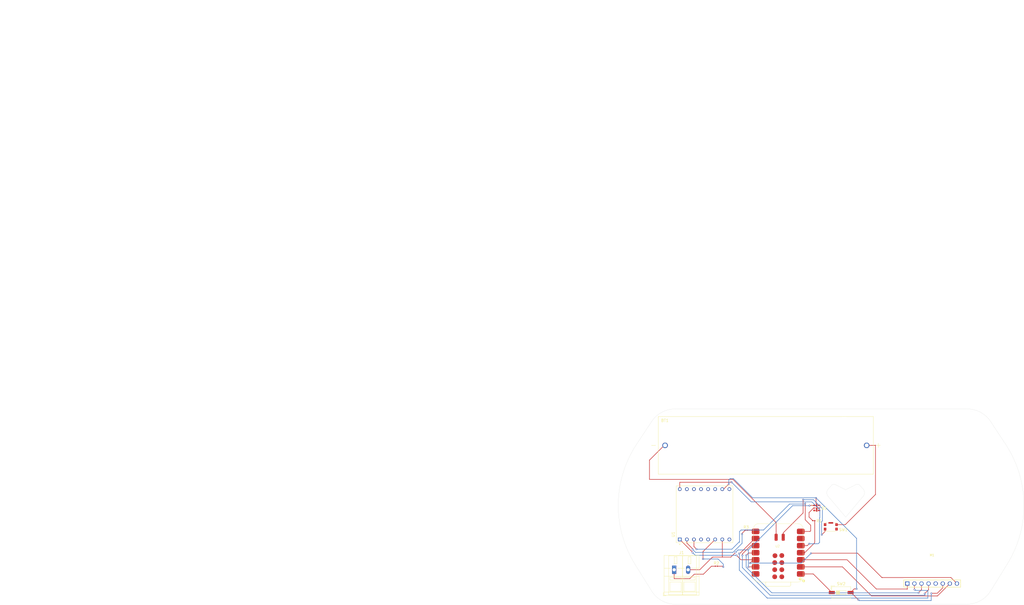
<source format=kicad_pcb>
(kicad_pcb (version 20240108) (generator "pcbnew") (generator_version "8.0")
  (layers (0 "F.Cu" signal) (31 "B.Cu" signal) (34 "B.Paste" user) (35 "F.Paste" user) (36 "B.SilkS" user "B.Silkscreen") (37 "F.SilkS" user "F.Silkscreen") (38 "B.Mask" user) (39 "F.Mask" user) (44 "Edge.Cuts" user))
  (net 0 "")
  (net 1 "GND")
  (net 2 "3.3v")
  (net 3 "Net-(D1-A)")
  (net 4 "Net-(U1-SPK1)")
  (net 5 "Net-(U1-RX)")
  (net 6 "Net-(J1-Pin_1)")
  (net 7 "Net-(U2-BAT)")
  (net 17 "Net-(BT1-PadP)")
  (net 18 "Net-(U2-GPIO21_D3)")
  (net 19 "/RX")
  (net 20 "Net-(SW2-A)")
  (net 21 "/TX")
  (net 22 "/GPIO")
  (net 23 "Net-(BT1-PadN)")
  (net 25 "/MOSI")
  (net 26 "/RST")
  (net 27 "/SCK")
  (net 28 "/MISO")
  (net 29 "/SS")
  (footprint "DFR0299:MODULE_DFR0299" (layer "F.Cu") (at 115.4508 107.7576 90)
    (property "Reference" "U1" (at -7.225 -11.235 90) (layer "F.SilkS"))
    (property "Value" "DFR0299")
    (fp_line (start 10.16 -10.16) (end 10.16 10.16) (stroke (width 0.127)) (layer "F.SilkS"))
    (fp_line (start -10.16 -10.16) (end 10.16 -10.16) (stroke (width 0.127)) (layer "F.SilkS"))
    (fp_line (start 10.16 10.16) (end -10.16 10.16) (stroke (width 0.127)) (layer "F.SilkS"))
    (fp_line (start -10.16 10.16) (end -10.16 -10.16) (stroke (width 0.127)) (layer "F.SilkS"))
    (fp_circle (center -10.8 -8.89) (end -10.7 -8.89) (stroke (width 0.2)) (fill none) (layer "F.SilkS"))
    (pad "1" thru_hole rect (at -9.017 -8.89 90) (size 1.308 1.308) (drill 0.8) (layers "*.Cu" "*.Mask") (net 2 "3.3v"))
    (pad "2" thru_hole circle (at -9.017 -6.35 90) (size 1.308 1.308) (drill 0.8) (layers "*.Cu" "*.Mask") (net 5 "Net-(U1-RX)"))
    (pad "3" thru_hole circle (at -9.017 -3.81 90) (size 1.308 1.308) (drill 0.8) (layers "*.Cu" "*.Mask") (net 21 "/TX"))
    (pad "4" thru_hole circle (at -9.017 -1.27 90) (size 1.308 1.308) (drill 0.8) (layers "*.Cu" "*.Mask"))
    (pad "5" thru_hole circle (at -9.017 1.27 90) (size 1.308 1.308) (drill 0.8) (layers "*.Cu" "*.Mask"))
    (pad "6" thru_hole circle (at -9.017 3.81 90) (size 1.308 1.308) (drill 0.8) (layers "*.Cu" "*.Mask") (net 4 "Net-(U1-SPK1)"))
    (pad "7" thru_hole circle (at -9.017 6.35 90) (size 1.308 1.308) (drill 0.8) (layers "*.Cu" "*.Mask") (net 1 "GND"))
    (pad "8" thru_hole circle (at -9.017 8.89 90) (size 1.308 1.308) (drill 0.8) (layers "*.Cu" "*.Mask"))
    (pad "9" thru_hole circle (at 9.017 8.89 90) (size 1.308 1.308) (drill 0.8) (layers "*.Cu" "*.Mask"))
    (pad "10" thru_hole circle (at 9.017 6.35 90) (size 1.308 1.308) (drill 0.8) (layers "*.Cu" "*.Mask") (net 1 "GND"))
    (pad "11" thru_hole circle (at 9.017 3.81 90) (size 1.308 1.308) (drill 0.8) (layers "*.Cu" "*.Mask"))
    (pad "12" thru_hole circle (at 9.017 1.27 90) (size 1.308 1.308) (drill 0.8) (layers "*.Cu" "*.Mask"))
    (pad "13" thru_hole circle (at 9.017 -1.27 90) (size 1.308 1.308) (drill 0.8) (layers "*.Cu" "*.Mask"))
    (pad "14" thru_hole circle (at 9.017 -3.81 90) (size 1.308 1.308) (drill 0.8) (layers "*.Cu" "*.Mask"))
    (pad "15" thru_hole circle (at 9.017 -6.35 90) (size 1.308 1.308) (drill 0.8) (layers "*.Cu" "*.Mask"))
    (pad "16" thru_hole circle (at 9.017 -8.89 90) (size 1.308 1.308) (drill 0.8) (layers "*.Cu" "*.Mask") (net 22 "/GPIO"))
  )
  (footprint "Button_Switch_SMD:SW_DIP_SPSTx01_Slide_6.7x4.1mm_W6.73mm_P2.54mm_LowProfile_JPin" (layer "F.Cu") (at 164.4088 135.7992)
    (property "Reference" "SW2" (at 0 -3.11 0) (layer "F.SilkS"))
    (property "Value" "SW_SPST")
    (fp_line (start -3.65 -2.35) (end -3.65 -0.967) (stroke (width 0.12)) (layer "F.SilkS"))
    (fp_line (start -3.65 -2.35) (end -2.267 -2.35) (stroke (width 0.12)) (layer "F.SilkS"))
    (fp_line (start -3.41 -2.11) (end -3.41 -0.8) (stroke (width 0.12)) (layer "F.SilkS"))
    (fp_line (start -3.41 -2.11) (end 3.41 -2.11) (stroke (width 0.12)) (layer "F.SilkS"))
    (fp_line (start -3.41 0.8) (end -3.41 2.11) (stroke (width 0.12)) (layer "F.SilkS"))
    (fp_line (start -3.41 2.11) (end 3.41 2.11) (stroke (width 0.12)) (layer "F.SilkS"))
    (fp_line (start -1.81 -0.635) (end -1.81 0.635) (stroke (width 0.12)) (layer "F.SilkS"))
    (fp_line (start -1.81 -0.515) (end -0.603333 -0.515) (stroke (width 0.12)) (layer "F.SilkS"))
    (fp_line (start -1.81 -0.395) (end -0.603333 -0.395) (stroke (width 0.12)) (layer "F.SilkS"))
    (fp_line (start -1.81 -0.275) (end -0.603333 -0.275) (stroke (width 0.12)) (layer "F.SilkS"))
    (fp_line (start -1.81 -0.155) (end -0.603333 -0.155) (stroke (width 0.12)) (layer "F.SilkS"))
    (fp_line (start -1.81 -0.035) (end -0.603333 -0.035) (stroke (width 0.12)) (layer "F.SilkS"))
    (fp_line (start -1.81 0.085) (end -0.603333 0.085) (stroke (width 0.12)) (layer "F.SilkS"))
    (fp_line (start -1.81 0.205) (end -0.603333 0.205) (stroke (width 0.12)) (layer "F.SilkS"))
    (fp_line (start -1.81 0.325) (end -0.603333 0.325) (stroke (width 0.12)) (layer "F.SilkS"))
    (fp_line (start -1.81 0.445) (end -0.603333 0.445) (stroke (width 0.12)) (layer "F.SilkS"))
    (fp_line (start -1.81 0.565) (end -0.603333 0.565) (stroke (width 0.12)) (layer "F.SilkS"))
    (fp_line (start -1.81 0.635) (end 1.81 0.635) (stroke (width 0.12)) (layer "F.SilkS"))
    (fp_line (start -0.603333 -0.635) (end -0.603333 0.635) (stroke (width 0.12)) (layer "F.SilkS"))
    (fp_line (start 1.81 -0.635) (end -1.81 -0.635) (stroke (width 0.12)) (layer "F.SilkS"))
    (fp_line (start 1.81 0.635) (end 1.81 -0.635) (stroke (width 0.12)) (layer "F.SilkS"))
    (fp_line (start 3.41 -2.11) (end 3.41 -0.8) (stroke (width 0.12)) (layer "F.SilkS"))
    (fp_line (start 3.41 0.8) (end 3.41 2.11) (stroke (width 0.12)) (layer "F.SilkS"))
    (pad "1" smd rect (at -3.365 0) (size 2.16 1.12) (layers "F.Cu" "F.Paste" "F.Mask") (net 20 "Net-(SW2-A)"))
    (pad "2" smd rect (at 3.365 0) (size 2.16 1.12) (layers "F.Cu" "F.Paste" "F.Mask") (net 1 "GND"))
  )
  (footprint "Resistor_SMD:R_0201_0603Metric" (layer "F.Cu") (at 119.6778 126.3758)
    (property "Reference" "R2" (at 0 -1.05 0) (layer "F.SilkS"))
    (property "Value" "R_US")
    (pad "1" smd roundrect (at -0.32 0) (size 0.46 0.4) (layers "F.Cu" "F.Mask") (net 6 "Net-(J1-Pin_1)"))
    (pad "2" smd roundrect (at 0.32 0) (size 0.46 0.4) (layers "F.Cu" "F.Mask") (net 4 "Net-(U1-SPK1)"))
  )
  (footprint "TerminalBlock_WAGO:TerminalBlock_WAGO_236-102_1x02_P5.00mm_45Degree" (layer "F.Cu") (at 104.5542 127.6458)
    (property "Reference" "J1" (at 2.65 -6.12 0) (layer "F.SilkS"))
    (property "Value" "Screw_Terminal_01x02")
    (fp_line (start -3.86 8.12) (end -3.86 9.36) (stroke (width 0.12)) (layer "F.SilkS"))
    (fp_line (start -3.86 9.36) (end -2.86 9.36) (stroke (width 0.12)) (layer "F.SilkS"))
    (fp_line (start -3.62 -5.12) (end -3.62 9.12) (stroke (width 0.12)) (layer "F.SilkS"))
    (fp_line (start -3.62 -5.12) (end 8.921 -5.12) (stroke (width 0.12)) (layer "F.SilkS"))
    (fp_line (start -3.62 -0.5) (end -1.23 -0.5) (stroke (width 0.12)) (layer "F.SilkS"))
    (fp_line (start -3.62 2.3) (end 8.921 2.3) (stroke (width 0.12)) (layer "F.SilkS"))
    (fp_line (start -3.62 8) (end 8.921 8) (stroke (width 0.12)) (layer "F.SilkS"))
    (fp_line (start -3.62 9.12) (end 8.921 9.12) (stroke (width 0.12)) (layer "F.SilkS"))
    (fp_line (start -2 -5) (end -2 9) (stroke (width 0.12)) (layer "F.SilkS"))
    (fp_line (start -2 -5) (end 3 -5) (stroke (width 0.12)) (layer "F.SilkS"))
    (fp_line (start -2 9) (end 3 9) (stroke (width 0.12)) (layer "F.SilkS"))
    (fp_line (start -1.5 2.7) (end -1.5 3.7) (stroke (width 0.12)) (layer "F.SilkS"))
    (fp_line (start -1.5 2.7) (end 2.5 2.7) (stroke (width 0.12)) (layer "F.SilkS"))
    (fp_line (start -1.5 3.7) (end 2.5 3.7) (stroke (width 0.12)) (layer "F.SilkS"))
    (fp_line (start -1.5 4.4) (end -1.5 7.7) (stroke (width 0.12)) (layer "F.SilkS"))
    (fp_line (start -1.5 4.4) (end 2.5 4.4) (stroke (width 0.12)) (layer "F.SilkS"))
    (fp_line (start -1.5 7.7) (end 2.5 7.7) (stroke (width 0.12)) (layer "F.SilkS"))
    (fp_line (start 0 -4.65) (end 0 -2.151) (stroke (width 0.12)) (layer "F.SilkS"))
    (fp_line (start 0 -4.65) (end 1 -4.65) (stroke (width 0.12)) (layer "F.SilkS"))
    (fp_line (start 0 -2.151) (end 1 -2.151) (stroke (width 0.12)) (layer "F.SilkS"))
    (fp_line (start 1 -4.65) (end 1 -2.151) (stroke (width 0.12)) (layer "F.SilkS"))
    (fp_line (start 1.23 -0.5) (end 3.77 -0.5) (stroke (width 0.12)) (layer "F.SilkS"))
    (fp_line (start 2.5 2.7) (end 2.5 3.7) (stroke (width 0.12)) (layer "F.SilkS"))
    (fp_line (start 2.5 4.4) (end 2.5 7.7) (stroke (width 0.12)) (layer "F.SilkS"))
    (fp_line (start 3 -5) (end 3 9) (stroke (width 0.12)) (layer "F.SilkS"))
    (fp_line (start 3 -5) (end 3 9) (stroke (width 0.12)) (layer "F.SilkS"))
    (fp_line (start 3 -5) (end 8 -5) (stroke (width 0.12)) (layer "F.SilkS"))
    (fp_line (start 3 9) (end 8 9) (stroke (width 0.12)) (layer "F.SilkS"))
    (fp_line (start 3.5 2.7) (end 3.5 3.7) (stroke (width 0.12)) (layer "F.SilkS"))
    (fp_line (start 3.5 2.7) (end 7.5 2.7) (stroke (width 0.12)) (layer "F.SilkS"))
    (fp_line (start 3.5 3.7) (end 7.5 3.7) (stroke (width 0.12)) (layer "F.SilkS"))
    (fp_line (start 3.5 4.4) (end 3.5 7.7) (stroke (width 0.12)) (layer "F.SilkS"))
    (fp_line (start 3.5 4.4) (end 7.5 4.4) (stroke (width 0.12)) (layer "F.SilkS"))
    (fp_line (start 3.5 7.7) (end 7.5 7.7) (stroke (width 0.12)) (layer "F.SilkS"))
    (fp_line (start 5 -4.65) (end 5 -2.151) (stroke (width 0.12)) (layer "F.SilkS"))
    (fp_line (start 5 -4.65) (end 6 -4.65) (stroke (width 0.12)) (layer "F.SilkS"))
    (fp_line (start 5 -2.151) (end 6 -2.151) (stroke (width 0.12)) (layer "F.SilkS"))
    (fp_line (start 6 -4.65) (end 6 -2.151) (stroke (width 0.12)) (layer "F.SilkS"))
    (fp_line (start 6.23 -0.5) (end 8.921 -0.5) (stroke (width 0.12)) (layer "F.SilkS"))
    (fp_line (start 7.5 2.7) (end 7.5 3.7) (stroke (width 0.12)) (layer "F.SilkS"))
    (fp_line (start 7.5 4.4) (end 7.5 7.7) (stroke (width 0.12)) (layer "F.SilkS"))
    (fp_line (start 8 -5) (end 8 9) (stroke (width 0.12)) (layer "F.SilkS"))
    (fp_line (start 8.921 -5.12) (end 8.921 9.12) (stroke (width 0.12)) (layer "F.SilkS"))
    (pad "1" thru_hole rect (at 0 0) (size 1.5 3) (drill 1.15) (layers "*.Cu" "*.Mask") (net 6 "Net-(J1-Pin_1)"))
    (pad "2" thru_hole oval (at 5 0) (size 1.5 3) (drill 1.15) (layers "*.Cu" "*.Mask") (net 1 "GND"))
  )
  (footprint "Button_Switch_SMD:SW_Push_1P1T-SH_NO_CK_KMR2xxG" (layer "F.Cu") (at 160.6808 112.2662)
    (property "Reference" "SW1" (at 4.4778 1.0286 0) (layer "F.SilkS"))
    (property "Value" "SW_Push")
    (fp_line (start -2.2 0.05) (end -2.2 -0.05) (stroke (width 0.12)) (layer "F.SilkS"))
    (fp_line (start -2.2 1.55) (end 2.2 1.55) (stroke (width 0.12)) (layer "F.SilkS"))
    (fp_line (start -1.15 -1.55) (end -2.2 -1.55) (stroke (width 0.12)) (layer "F.SilkS"))
    (fp_line (start 2.2 -1.55) (end 1.15 -1.55) (stroke (width 0.12)) (layer "F.SilkS"))
    (fp_line (start 2.2 0.05) (end 2.2 -0.05) (stroke (width 0.12)) (layer "F.SilkS"))
    (pad "1" smd rect (at -2.05 -0.8) (size 0.9 1) (layers "F.Cu" "F.Paste" "F.Mask") (net 17 "Net-(BT1-PadP)"))
    (pad "1" smd rect (at 2.05 -0.8) (size 0.9 1) (layers "F.Cu" "F.Paste" "F.Mask") (net 17 "Net-(BT1-PadP)"))
    (pad "2" smd rect (at -2.05 0.8) (size 0.9 1) (layers "F.Cu" "F.Paste" "F.Mask") (net 7 "Net-(U2-BAT)"))
    (pad "2" smd rect (at 2.05 0.8) (size 0.9 1) (layers "F.Cu" "F.Paste" "F.Mask") (net 7 "Net-(U2-BAT)"))
    (pad "SH" smd rect (at 0 -1.425) (size 1.7 0.55) (layers "F.Cu" "F.Paste" "F.Mask"))
  )
  (footprint "Resistor_SMD:R_0201_0603Metric" (layer "F.Cu") (at 130.35 113.4472)
    (property "Reference" "R3" (at 0 -1.05 0) (layer "F.SilkS"))
    (property "Value" "R_US")
    (pad "1" smd roundrect (at -0.32 0) (size 0.46 0.4) (layers "F.Cu" "F.Mask") (net 5 "Net-(U1-RX)"))
    (pad "2" smd roundrect (at 0.32 0) (size 0.46 0.4) (layers "F.Cu" "F.Mask") (net 19 "/RX"))
  )
  (footprint "esp32c6:XIAO-ESP32C6-SMD" (layer "F.Cu") (at 141.6222 121.5459 180)
    (property "Reference" "U2" (at -0.8288 2.8155 360) (layer "F.SilkS") (effects (font (size 0.78232 0.78232) (thickness 0.10668)) (justify right top)))
    (property "Value" "XIAO-ESP32-S3-SMD")
    (fp_line (start 8.6634 8.5345) (end 8.6634 -8.6105) (stroke (width 0.1)) (layer "F.SilkS"))
    (fp_line (start 6.7584 -10.5155) (end -7.2116 -10.5155) (stroke (width 0.1)) (layer "F.SilkS"))
    (fp_line (start 4.2774 -11.5255) (end 4.2774 -10.5155) (stroke (width 0.127)) (layer "F.SilkS"))
    (fp_line (start -4.217872 -12.0255) (end 3.7774 -12.0255) (stroke (width 0.127)) (layer "F.SilkS"))
    (fp_line (start -4.7216 -10.5155) (end -4.717872 -11.525772) (stroke (width 0.127)) (layer "F.SilkS"))
    (fp_line (start -7.2116 10.4395) (end 6.7584 10.4395) (stroke (width 0.1)) (layer "F.SilkS"))
    (fp_line (start -9.1166 8.5345) (end -9.1166 -8.6105) (stroke (width 0.1)) (layer "F.SilkS"))
    (fp_arc (start 8.6634 8.5345) (mid 8.105438 9.881538) (end 6.7584 10.4395) (stroke (width 0.1)) (layer "F.SilkS"))
    (fp_arc (start 6.7584 -10.5155) (mid 8.105438 -9.957538) (end 8.6634 -8.6105) (stroke (width 0.1)) (layer "F.SilkS"))
    (fp_arc (start 3.7774 -12.0255) (mid 4.130953 -11.879053) (end 4.2774 -11.5255) (stroke (width 0.127)) (layer "F.SilkS"))
    (fp_arc (start -4.717872 -11.525772) (mid -4.571324 -11.879144) (end -4.217872 -12.0255) (stroke (width 0.127)) (layer "F.SilkS"))
    (fp_arc (start -7.2116 10.4395) (mid -8.558638 9.881538) (end -9.1166 8.5345) (stroke (width 0.1)) (layer "F.SilkS"))
    (fp_arc (start -9.1166 -8.6145) (mid -8.558638 -9.961538) (end -7.2116 -10.5195) (stroke (width 0.1)) (layer "F.SilkS"))
    (fp_circle (center -8.0526 -9.3825) (end -8.0526 -9.6365) (stroke (width 0.5)) (fill solid) (layer "F.SilkS"))
    (fp_circle (center -9.3266 -10.0995) (end -9.3266 -10.3535) (stroke (width 0.5)) (fill solid) (layer "F.SilkS"))
    (pad "1" smd roundrect (at -8.2816 -7.5985 180) (size 2.75 2) (layers "F.Cu" "F.Paste" "F.Mask") (net 20 "Net-(SW2-A)"))
    (pad "2" smd roundrect (at -8.2816 -5.0585 180) (size 2.75 2) (layers "F.Cu" "F.Paste" "F.Mask") (net 26 "/RST"))
    (pad "3" smd roundrect (at -8.2816 -2.5185 180) (size 2.75 2) (layers "F.Cu" "F.Paste" "F.Mask") (net 29 "/SS"))
    (pad "4" smd roundrect (at -8.2816 0.0215 180) (size 2.75 2) (layers "F.Cu" "F.Paste" "F.Mask") (net 18 "Net-(U2-GPIO21_D3)"))
    (pad "5" smd roundrect (at -8.2816 2.5615 180) (size 2.75 2) (layers "F.Cu" "F.Paste" "F.Mask") (net 22 "/GPIO"))
    (pad "6" smd roundrect (at -8.2816 5.1015 180) (size 2.75 2) (layers "F.Cu" "F.Paste" "F.Mask"))
    (pad "7" smd roundrect (at -8.2816 7.6415 180) (size 2.75 2) (layers "F.Cu" "F.Paste" "F.Mask") (net 21 "/TX"))
    (pad "8" smd roundrect (at 7.8834 7.6415 180) (size 2.75 2) (layers "F.Cu" "F.Paste" "F.Mask") (net 19 "/RX"))
    (pad "9" smd roundrect (at 7.8834 5.1015 180) (size 2.75 2) (layers "F.Cu" "F.Paste" "F.Mask") (net 27 "/SCK"))
    (pad "10" smd roundrect (at 7.8834 2.5615 180) (size 2.75 2) (layers "F.Cu" "F.Paste" "F.Mask") (net 28 "/MISO"))
    (pad "11" smd roundrect (at 7.8834 0.0215 180) (size 2.75 2) (layers "F.Cu" "F.Paste" "F.Mask") (net 25 "/MOSI"))
    (pad "12" smd roundrect (at 7.8834 -2.5185 180) (size 2.75 2) (layers "F.Cu" "F.Paste" "F.Mask") (net 2 "3.3v"))
    (pad "13" smd roundrect (at 7.8834 -5.0585 180) (size 2.75 2) (layers "F.Cu" "F.Paste" "F.Mask") (net 1 "GND"))
    (pad "14" smd roundrect (at 7.8834 -7.5985 180) (size 2.75 2) (layers "F.Cu" "F.Paste" "F.Mask"))
    (pad "15" smd roundrect (at -2.008 5.5532 90) (size 2.5 1.1) (layers "F.Cu" "F.Paste" "F.Mask") (net 7 "Net-(U2-BAT)"))
    (pad "16" smd roundrect (at 0.532 5.5532 90) (size 2.5 1.1) (layers "F.Cu" "F.Paste" "F.Mask") (net 23 "Net-(BT1-PadN)"))
    (pad "17" smd circle (at -1.5 -8.62 180) (size 1.7 1.7) (layers "F.Cu" "F.Paste" "F.Mask"))
    (pad "18" smd circle (at 1.04 -8.62 180) (size 1.7 1.7) (layers "F.Cu" "F.Paste" "F.Mask"))
    (pad "19" smd circle (at -1.5 -6.08 180) (size 1.7 1.7) (layers "F.Cu" "F.Paste" "F.Mask"))
    (pad "20" smd circle (at 1.04 -6.08 180) (size 1.7 1.7) (layers "F.Cu" "F.Paste" "F.Mask"))
    (pad "21" smd circle (at -1.5 -3.54 180) (size 1.7 1.7) (layers "F.Cu" "F.Paste" "F.Mask"))
    (pad "22" smd circle (at 1.04 -3.54 180) (size 1.7 1.7) (layers "F.Cu" "F.Paste" "F.Mask"))
    (pad "23" smd circle (at -1.5 -1 180) (size 1.7 1.7) (layers "F.Cu" "F.Paste" "F.Mask"))
    (pad "24" smd circle (at 0.9474 -1.0568 180) (size 1.7 1.7) (layers "F.Cu" "F.Paste" "F.Mask"))
  )
  (footprint "LED_SMD:LED-APA102-2020" (layer "F.Cu") (at 155.6454 105.4826)
    (property "Reference" "D1" (at 2.7314 0.116 0) (layer "F.SilkS"))
    (property "Value" "LED")
    (fp_line (start -1.2 1.4) (end -0.5 1.4) (stroke (width 0.12)) (layer "F.SilkS"))
    (fp_text user "1" (at -1.7 -0.9 0) (layer "F.SilkS") (effects (font (size 0.6 0.6) (thickness 0.1))))
    (pad "1" smd rect (at -0.85 -0.9) (size 0.8 0.5) (layers "F.Cu" "F.Paste" "F.Mask") (net 1 "GND"))
    (pad "1" smd rect (at 0 -0.83 90) (size 1 0.5) (layers "F.Cu" "F.Paste" "F.Mask") (net 1 "GND"))
    (pad "2" smd rect (at -0.85 0) (size 0.8 0.3) (layers "F.Cu" "F.Paste" "F.Mask") (net 3 "Net-(D1-A)"))
    (pad "3" smd rect (at -0.85 0.9) (size 0.8 0.5) (layers "F.Cu" "F.Paste" "F.Mask"))
    (pad "4" smd rect (at 0.85 0.9) (size 0.8 0.5) (layers "F.Cu" "F.Paste" "F.Mask"))
    (pad "5" smd rect (at 0.85 0) (size 0.8 0.3) (layers "F.Cu" "F.Paste" "F.Mask"))
    (pad "6" smd rect (at 0 0.59 90) (size 1.48 0.5) (layers "F.Cu" "F.Paste" "F.Mask"))
    (pad "6" smd rect (at 0.85 -0.9) (size 0.8 0.5) (layers "F.Cu" "F.Paste" "F.Mask"))
  )
  (footprint "Resistor_SMD:R_0201_0603Metric" (layer "F.Cu") (at 154.607 110.0436)
    (property "Reference" "R1" (at 1.8648 0.1016 0) (layer "F.SilkS"))
    (property "Value" "R_US")
    (pad "1" smd roundrect (at -0.32 0) (size 0.46 0.4) (layers "F.Cu" "F.Mask") (net 3 "Net-(D1-A)"))
    (pad "2" smd roundrect (at 0.32 0) (size 0.46 0.4) (layers "F.Cu" "F.Mask") (net 18 "Net-(U2-GPIO21_D3)"))
  )
  (footprint "RFID-RC522:RFID-RC522" (layer "F.Cu") (at 196.9848 132.5988)
    (property "Reference" "M1" (at -0.0508 -10.1854 0) (layer "F.SilkS") (effects (font (size 0.787402 0.787402))))
    (property "Value" "RFID-RC522")
    (property "VALUE" "" (hide yes))
    (fp_line (start -10.1854 -1.2954) (end 10.1854 -1.2954) (stroke (width 0.2032)) (layer "F.SilkS"))
    (fp_line (start -10.1854 1.2954) (end -10.1854 -1.2954) (stroke (width 0.2032)) (layer "F.SilkS"))
    (fp_line (start 10.1854 -1.2954) (end 10.1854 1.2954) (stroke (width 0.2032)) (layer "F.SilkS"))
    (fp_line (start 10.1854 1.2954) (end -10.1854 1.2954) (stroke (width 0.2032)) (layer "F.SilkS"))
    (pad "1" thru_hole rect (at -8.89 0) (size 1.508 1.508) (drill 1) (layers "*.Cu" "*.Mask") (net 29 "/SS"))
    (pad "2" thru_hole circle (at -6.35 0) (size 1.508 1.508) (drill 1) (layers "*.Cu" "*.Mask") (net 27 "/SCK"))
    (pad "3" thru_hole circle (at -3.81 0) (size 1.508 1.508) (drill 1) (layers "*.Cu" "*.Mask") (net 25 "/MOSI"))
    (pad "4" thru_hole circle (at -1.27 0) (size 1.508 1.508) (drill 1) (layers "*.Cu" "*.Mask") (net 28 "/MISO"))
    (pad "5" thru_hole circle (at 1.27 0) (size 1.508 1.508) (drill 1) (layers "*.Cu" "*.Mask"))
    (pad "6" thru_hole circle (at 3.81 0) (size 1.508 1.508) (drill 1) (layers "*.Cu" "*.Mask") (net 1 "GND"))
    (pad "7" thru_hole circle (at 6.35 0) (size 1.508 1.508) (drill 1) (layers "*.Cu" "*.Mask") (net 26 "/RST"))
    (pad "8" thru_hole circle (at 8.89 0) (size 1.508 1.508) (drill 1) (layers "*.Cu" "*.Mask") (net 2 "3.3v"))
  )
  (footprint "BAT_1043:BAT_1043" (layer "F.Cu") (at 137.413 83.0434)
    (property "Reference" "BT1" (at -36.2116 -8.9154 0) (layer "F.SilkS"))
    (property "Value" "1043")
    (fp_line (start -39.5 0) (end -41 0) (stroke (width 0.127)) (layer "F.SilkS"))
    (fp_line (start -38.525 -10.325) (end -38.525 10.325) (stroke (width 0.127)) (layer "F.SilkS"))
    (fp_line (start -38.525 10.325) (end 38.525 10.325) (stroke (width 0.127)) (layer "F.SilkS"))
    (fp_line (start 38.525 -10.325) (end -38.525 -10.325) (stroke (width 0.127)) (layer "F.SilkS"))
    (fp_line (start 38.525 10.325) (end 38.525 -10.325) (stroke (width 0.127)) (layer "F.SilkS"))
    (fp_line (start 39.5 0) (end 41 0) (stroke (width 0.127)) (layer "F.SilkS"))
    (fp_line (start 40.25 0.75) (end 40.25 -0.75) (stroke (width 0.127)) (layer "F.SilkS"))
    (pad "" np_thru_hole circle (at -27.29 7.87) (size 3.55 3.55) (drill 3.55) (layers "*.Cu" "*.Mask"))
    (pad "" np_thru_hole circle (at 27.91 -7.87) (size 3.55 3.55) (drill 3.55) (layers "*.Cu" "*.Mask"))
    (pad "" np_thru_hole circle (at 36.11 7.87) (size 2.39 2.39) (drill 2.39) (layers "*.Cu" "*.Mask"))
    (pad "N" thru_hole circle (at -36.11 0) (size 1.98 1.98) (drill 1.32) (layers "*.Cu" "*.Mask") (net 23 "Net-(BT1-PadN)"))
    (pad "P" thru_hole circle (at 36.11 0) (size 1.98 1.98) (drill 1.32) (layers "*.Cu" "*.Mask") (net 17 "Net-(BT1-PadP)"))
  )
  (gr_arc (start 217.932316 135.265033) (mid 214.296263 138.736422) (end 209.430585 139.999987) (stroke (width 0.05)) (layer "Edge.Cuts"))
  (gr_line (start 217.963119 74.503231) (end 223.245789 82.531627) (stroke (width 0.05)) (layer "Edge.Cuts"))
  (gr_arc (start 223.245789 82.531627) (mid 229.875567 104.071228) (end 223.80871 125.776104) (stroke (width 0.05)) (layer "Edge.Cuts"))
  (gr_line (start 172.230037 98.655485) (end 170.960029 97.276929) (stroke (width 0.05)) (layer "Edge.Cuts"))
  (gr_arc (start 90.589583 125.801504) (mid 84.522725 104.096628) (end 91.152504 82.557027) (stroke (width 0.05)) (layer "Edge.Cuts"))
  (gr_line (start 166.0349 108.7736) (end 172.293006 101.294007) (stroke (width 0.05)) (layer "Edge.Cuts"))
  (gr_arc (start 172.230037 98.655485) (mid 172.758529 99.962884) (end 172.293006 101.294007) (stroke (width 0.05)) (layer "Edge.Cuts"))
  (gr_arc (start 209.609345 70) (mid 214.35445 71.197526) (end 217.963119 74.503231) (stroke (width 0.05)) (layer "Edge.Cuts"))
  (gr_line (start 165.9968 98.9692) (end 169.773785 97.06185) (stroke (width 0.05)) (layer "Edge.Cuts"))
  (gr_line (start 162.22555 97.0728) (end 165.9968 98.9692) (stroke (width 0.05)) (layer "Edge.Cuts"))
  (gr_arc (start 169.773785 97.06185) (mid 170.402973 96.970498) (end 170.960029 97.276929) (stroke (width 0.05)) (layer "Edge.Cuts"))
  (gr_line (start 96.489308 74.484939) (end 91.152504 82.557027) (stroke (width 0.05)) (layer "Edge.Cuts"))
  (gr_arc (start 105 140) (mid 100.150285 138.745304) (end 96.517556 135.296061) (stroke (width 0.05)) (layer "Edge.Cuts"))
  (gr_line (start 166.0349 108.7736) (end 159.72026 101.307909) (stroke (width 0.05)) (layer "Edge.Cuts"))
  (gr_line (start 209.430585 140) (end 105 140) (stroke (width 0.05)) (layer "Edge.Cuts"))
  (gr_arc (start 96.4881 74.484141) (mid 100.16945 71.151351) (end 105 70) (stroke (width 0.05)) (layer "Edge.Cuts"))
  (gr_line (start 90.589583 125.801504) (end 96.517561 135.296058) (stroke (width 0.05)) (layer "Edge.Cuts"))
  (gr_line (start 105 70) (end 209.609345 70) (stroke (width 0.05)) (layer "Edge.Cuts"))
  (gr_line (start 159.776344 98.661205) (end 161.040827 97.288646) (stroke (width 0.05)) (layer "Edge.Cuts"))
  (gr_arc (start 159.72026 101.307909) (mid 159.247699 99.973944) (end 159.776344 98.661205) (stroke (width 0.05)) (layer "Edge.Cuts"))
  (gr_arc (start 161.040827 97.288646) (mid 161.597056 96.982395) (end 162.22555 97.0728) (stroke (width 0.05)) (layer "Edge.Cuts"))
  (gr_line (start 223.80871 125.776104) (end 217.932316 135.265033) (stroke (width 0.05)) (layer "Edge.Cuts"))
  (segment (start 113.7236 127.6458) (end 118.1686 123.2008) (width 0.2) (layer "F.Cu") (net 1))
  (segment (start 197.95 136.0786) (end 196.7562 136.0786) (width 0.2) (layer "F.Cu") (net 1))
  (segment (start 200.7948 132.5988) (end 200.7948 134.1228) (width 0.2) (layer "F.Cu") (net 1))
  (segment (start 124.8742 123.0992) (end 121.8262 123.0992) (width 0.2) (layer "F.Cu") (net 1))
  (segment (start 121.8008 122.7182) (end 121.8008 116.7746) (width 0.2) (layer "F.Cu") (net 1))
  (segment (start 169.0692 134.5038) (end 167.7738 135.7992) (width 0.2) (layer "F.Cu") (net 1))
  (segment (start 200.744 132.6496) (end 200.7948 132.5988) (width 0.2) (layer "F.Cu") (net 1))
  (segment (start 155.5754 104.5826) (end 155.6454 104.6526) (width 0.2) (layer "F.Cu") (net 1))
  (segment (start 167.9272 135.7992) (end 167.7738 135.7992) (width 0.2) (layer "F.Cu") (net 1))
  (segment (start 170.5688 138.4408) (end 167.9272 135.7992) (width 0.2) (layer "F.Cu") (net 1))
  (segment (start 131.1734 126.6044) (end 133.7388 126.6044) (width 0.2) (layer "F.Cu") (net 1))
  (segment (start 198.839 136.0786) (end 197.95 136.0786) (width 0.2) (layer "F.Cu") (net 1))
  (segment (start 122.2738 98.7406) (end 121.8008 98.7406) (width 0.2) (layer "F.Cu") (net 1))
  (segment (start 154.7954 104.5826) (end 155.5754 104.5826) (width 0.2) (layer "F.Cu") (net 1))
  (segment (start 109.5542 127.6458) (end 113.7236 127.6458) (width 0.2) (layer "F.Cu") (net 1))
  (segment (start 200.7948 134.1228) (end 199.8804 135.0372) (width 0.2) (layer "F.Cu") (net 1))
  (segment (start 155.3923 101.8775) (end 155.3923 103.9295) (width 0.2) (layer "F.Cu") (net 1))
  (segment (start 118.321 123.2008) (end 118.4226 123.0992) (width 0.2) (layer "F.Cu") (net 1))
  (segment (start 121.8262 122.7436) (end 121.8008 122.7182) (width 0.2) (layer "F.Cu") (net 1))
  (segment (start 169.9084 134.5038) (end 169.0692 134.5038) (width 0.2) (layer "F.Cu") (net 1))
  (segment (start 121.8262 123.0992) (end 121.8262 122.7436) (width 0.2) (layer "F.Cu") (net 1))
  (segment (start 124.1376 96.8768) (end 122.2738 98.7406) (width 0.2) (layer "F.Cu") (net 1))
  (segment (start 118.1686 123.2008) (end 118.321 123.2008) (width 0.2) (layer "F.Cu") (net 1))
  (segment (start 118.4226 123.0992) (end 121.8262 123.0992) (width 0.2) (layer "F.Cu") (net 1))
  (segment (start 126.5506 121.4228) (end 124.8742 123.0992) (width 0.2) (layer "F.Cu") (net 1))
  (segment (start 199.8804 135.0372) (end 198.839 136.0786) (width 0.2) (layer "F.Cu") (net 1))
  (segment (start 153.119 104.5826) (end 153.0428 104.6588) (width 0.2) (layer "F.Cu") (net 1))
  (segment (start 155.3923 103.9295) (end 155.6454 104.1826) (width 0.2) (layer "F.Cu") (net 1))
  (segment (start 131.1226 126.6552) (end 131.1734 126.6044) (width 0.2) (layer "F.Cu") (net 1))
  (segment (start 196.7562 136.0786) (end 196.7054 136.1294) (width 0.2) (layer "F.Cu") (net 1))
  (segment (start 155.6454 104.1826) (end 155.6454 104.6526) (width 0.2) (layer "F.Cu") (net 1))
  (segment (start 154.7954 104.5826) (end 153.119 104.5826) (width 0.2) (layer "F.Cu") (net 1))
  (via (at 169.9084 134.5038) (size 0.6) (drill 0.3) (layers "F.Cu" "B.Cu") (net 1))
  (via (at 155.3923 101.8775) (size 0.6) (drill 0.3) (layers "F.Cu" "B.Cu") (net 1))
  (via (at 124.1376 96.8768) (size 0.6) (drill 0.3) (layers "F.Cu" "B.Cu") (net 1))
  (via (at 131.1226 126.6552) (size 0.6) (drill 0.3) (layers "F.Cu" "B.Cu") (net 1))
  (via (at 126.5506 121.4228) (size 0.6) (drill 0.3) (layers "F.Cu" "B.Cu") (net 1))
  (via (at 196.7054 136.1294) (size 0.6) (drill 0.3) (layers "F.Cu" "B.Cu") (net 1))
  (via (at 170.5688 138.4408) (size 0.6) (drill 0.3) (layers "F.Cu" "B.Cu") (net 1))
  (via (at 153.0428 104.6588) (size 0.6) (drill 0.3) (layers "F.Cu" "B.Cu") (net 1))
  (segment (start 146.9976 104.6588) (end 131.1226 120.5338) (width 0.2) (layer "B.Cu") (net 1))
  (segment (start 127.4396 120.5338) (end 126.5506 121.4228) (width 0.2) (layer "B.Cu") (net 1))
  (segment (start 155.3542 101.8394) (end 169.9084 116.3936) (width 0.2) (layer "B.Cu") (net 1))
  (segment (start 131.1226 120.5338) (end 127.4396 120.5338) (width 0.2) (layer "B.Cu") (net 1))
  (segment (start 131.1226 120.5338) (end 131.1226 126.6552) (width 0.2) (layer "B.Cu") (net 1))
  (segment (start 196.7054 136.5104) (end 196.6546 136.5612) (width 0.2) (layer "B.Cu") (net 1))
  (segment (start 124.5948 94.9814) (end 124.1376 95.4386) (width 0.2) (layer "B.Cu") (net 1))
  (segment (start 124.1376 95.4386) (end 124.1376 96.8768) (width 0.2) (layer "B.Cu") (net 1))
  (segment (start 196.6546 138.6948) (end 170.8228 138.6948) (width 0.2) (layer "B.Cu") (net 1))
  (segment (start 132.672 101.8394) (end 125.814 94.9814) (width 0.2) (layer "B.Cu") (net 1))
  (segment (start 153.0428 104.6588) (end 146.9976 104.6588) (width 0.2) (layer "B.Cu") (net 1))
  (segment (start 155.3923 101.8775) (end 155.3542 101.8394) (width 0.2) (layer "B.Cu") (net 1))
  (segment (start 196.7054 136.1294) (end 196.7054 136.5104) (width 0.2) (layer "B.Cu") (net 1))
  (segment (start 170.8228 138.6948) (end 170.5688 138.4408) (width 0.2) (layer "B.Cu") (net 1))
  (segment (start 196.6546 136.5612) (end 196.6546 138.6948) (width 0.2) (layer "B.Cu") (net 1))
  (segment (start 169.9084 116.3936) (end 169.9084 134.5038) (width 0.2) (layer "B.Cu") (net 1))
  (segment (start 125.814 94.9814) (end 124.5948 94.9814) (width 0.2) (layer "B.Cu") (net 1))
  (segment (start 155.3542 101.8394) (end 132.672 101.8394) (width 0.2) (layer "B.Cu") (net 1))
  (segment (start 128.481 124.0644) (end 133.7388 124.0644) (width 0.2) (layer "F.Cu") (net 2))
  (segment (start 126.8808 122.4642) (end 128.481 124.0644) (width 0.2) (layer "F.Cu") (net 2))
  (segment (start 179.1794 130.4398) (end 178.9762 130.4398) (width 0.2) (layer "F.Cu") (net 2))
  (segment (start 205.8748 132.5988) (end 203.7158 130.4398) (width 0.2) (layer "F.Cu") (net 2))
  (segment (start 111.2344 121.4482) (end 111.209 121.4482) (width 0.2) (layer "F.Cu") (net 2))
  (segment (start 153.627 121.7022) (end 153.5508 121.7784) (width 0.2) (layer "F.Cu") (net 2))
  (segment (start 178.9762 130.4398) (end 170.2386 121.7022) (width 0.2) (layer "F.Cu") (net 2))
  (segment (start 111.209 121.4482) (end 111.1582 121.499) (width 0.2) (layer "F.Cu") (net 2))
  (segment (start 106.5608 116.7746) (end 111.2344 121.4482) (width 0.2) (layer "F.Cu") (net 2))
  (segment (start 170.2386 121.7022) (end 153.627 121.7022) (width 0.2) (layer "F.Cu") (net 2))
  (segment (start 132.926 124.0644) (end 133.7388 124.0644) (width 0.2) (layer "F.Cu") (net 2))
  (segment (start 203.7158 130.4398) (end 179.1794 130.4398) (width 0.2) (layer "F.Cu") (net 2))
  (segment (start 131.7322 125.2582) (end 132.926 124.0644) (width 0.2) (layer "F.Cu") (net 2))
  (via (at 131.7322 125.2582) (size 0.6) (drill 0.3) (layers "F.Cu" "B.Cu") (net 2))
  (via (at 111.1582 121.499) (size 0.6) (drill 0.3) (layers "F.Cu" "B.Cu") (net 2))
  (via (at 126.8808 122.4642) (size 0.6) (drill 0.3) (layers "F.Cu" "B.Cu") (net 2))
  (via (at 153.5508 121.7784) (size 0.6) (drill 0.3) (layers "F.Cu" "B.Cu") (net 2))
  (segment (start 150.071 125.2582) (end 131.7322 125.2582) (width 0.2) (layer "B.Cu") (net 2))
  (segment (start 112.1234 122.4642) (end 111.1582 121.499) (width 0.2) (layer "B.Cu") (net 2))
  (segment (start 153.5508 121.7784) (end 150.071 125.2582) (width 0.2) (layer "B.Cu") (net 2))
  (segment (start 126.8808 122.4642) (end 112.1234 122.4642) (width 0.2) (layer "B.Cu") (net 2))
  (segment (start 152.8904 108.7482) (end 154.1858 110.0436) (width 0.2) (layer "F.Cu") (net 3))
  (segment (start 152.8904 107.1376) (end 152.8904 108.7482) (width 0.2) (layer "F.Cu") (net 3))
  (segment (start 154.1858 110.0436) (end 154.287 110.0436) (width 0.2) (layer "F.Cu") (net 3))
  (segment (start 154.7954 105.4826) (end 154.5454 105.4826) (width 0.2) (layer "F.Cu") (net 3))
  (segment (start 154.5454 105.4826) (end 152.8904 107.1376) (width 0.2) (layer "F.Cu") (net 3))
  (segment (start 119.2608 116.7746) (end 114.892 121.1434) (width 0.2) (layer "F.Cu") (net 4))
  (segment (start 121.877 126.3758) (end 119.9978 126.3758) (width 0.2) (layer "F.Cu") (net 4))
  (segment (start 114.892 121.1434) (end 114.892 123.785) (width 0.2) (layer "F.Cu") (net 4))
  (segment (start 122.1564 126.6552) (end 121.877 126.3758) (width 0.2) (layer "F.Cu") (net 4))
  (via (at 122.1564 126.6552) (size 0.6) (drill 0.3) (layers "F.Cu" "B.Cu") (net 4))
  (via (at 114.892 123.785) (size 0.6) (drill 0.3) (layers "F.Cu" "B.Cu") (net 4))
  (segment (start 122.1564 125.6392) (end 122.1564 126.6552) (width 0.2) (layer "B.Cu") (net 4))
  (segment (start 114.892 123.785) (end 120.3022 123.785) (width 0.2) (layer "B.Cu") (net 4))
  (segment (start 120.3022 123.785) (end 122.1564 125.6392) (width 0.2) (layer "B.Cu") (net 4))
  (segment (start 128.8874 114.5898) (end 130.03 113.4472) (width 0.2) (layer "F.Cu") (net 5))
  (segment (start 111.1582 120.356) (end 111.1582 120.1274) (width 0.2) (layer "F.Cu") (net 5))
  (segment (start 111.1582 120.1274) (end 109.1008 118.07) (width 0.2) (layer "F.Cu") (net 5))
  (segment (start 128.8874 114.8188) (end 128.8874 114.5898) (width 0.2) (layer "F.Cu") (net 5))
  (segment (start 109.1008 118.07) (end 109.1008 116.7746) (width 0.2) (layer "F.Cu") (net 5))
  (via (at 128.8874 114.8188) (size 0.6) (drill 0.3) (layers "F.Cu" "B.Cu") (net 5))
  (via (at 111.1582 120.356) (size 0.6) (drill 0.3) (layers "F.Cu" "B.Cu") (net 5))
  (segment (start 112.225 121.4228) (end 125.6362 121.4228) (width 0.2) (layer "B.Cu") (net 5))
  (segment (start 111.1582 120.356) (end 112.225 121.4228) (width 0.2) (layer "B.Cu") (net 5))
  (segment (start 128.8874 118.1716) (end 128.8874 114.8188) (width 0.2) (layer "B.Cu") (net 5))
  (segment (start 125.6362 121.4228) (end 128.8874 118.1716) (width 0.2) (layer "B.Cu") (net 5))
  (segment (start 104.5542 130.8208) (end 110.1676 130.8208) (width 0.2) (layer "F.Cu") (net 6))
  (segment (start 104.5542 127.6458) (end 104.5542 130.8208) (width 0.2) (layer "F.Cu") (net 6))
  (segment (start 111.7424 129.246) (end 115.0444 129.246) (width 0.2) (layer "F.Cu") (net 6))
  (segment (start 117.9146 126.3758) (end 119.3578 126.3758) (width 0.2) (layer "F.Cu") (net 6))
  (segment (start 115.0444 129.246) (end 117.9146 126.3758) (width 0.2) (layer "F.Cu") (net 6))
  (segment (start 110.1676 130.8208) (end 111.7424 129.246) (width 0.2) (layer "F.Cu") (net 6))
  (segment (start 143.6302 115.9927) (end 143.6302 114.4016) (width 0.2) (layer "F.Cu") (net 7))
  (segment (start 143.6302 114.4016) (end 150.7568 107.275) (width 0.2) (layer "F.Cu") (net 7))
  (segment (start 157.4624 115.0728) (end 158.6308 113.9044) (width 0.2) (layer "F.Cu") (net 7))
  (segment (start 150.7568 107.275) (end 150.7568 102.5252) (width 0.2) (layer "F.Cu") (net 7))
  (segment (start 158.6308 113.9044) (end 158.6308 113.0662) (width 0.2) (layer "F.Cu") (net 7))
  (via (at 150.7568 102.5252) (size 0.6) (drill 0.3) (layers "F.Cu" "B.Cu") (net 7))
  (via (at 157.4624 115.0728) (size 0.6) (drill 0.3) (layers "F.Cu" "B.Cu") (net 7))
  (segment (start 157.3862 110.3992) (end 157.3862 114.9966) (width 0.2) (layer "B.Cu") (net 7))
  (segment (start 150.7568 102.5252) (end 154.4652 102.5252) (width 0.2) (layer "B.Cu") (net 7))
  (segment (start 154.4652 102.5252) (end 157.6656 105.7256) (width 0.2) (layer "B.Cu") (net 7))
  (segment (start 157.6656 110.1198) (end 157.3862 110.3992) (width 0.2) (layer "B.Cu") (net 7))
  (segment (start 157.3862 114.9966) (end 157.4624 115.0728) (width 0.2) (layer "B.Cu") (net 7))
  (segment (start 157.6656 105.7256) (end 157.6656 110.1198) (width 0.2) (layer "B.Cu") (net 7))
  (segment (start 165.8808 111.4662) (end 162.7308 111.4662) (width 0.2) (layer "F.Cu") (net 17))
  (segment (start 176.6902 100.6568) (end 165.8808 111.4662) (width 0.2) (layer "F.Cu") (net 17))
  (segment (start 176.614 83.0434) (end 176.6902 82.9672) (width 0.2) (layer "F.Cu") (net 17))
  (segment (start 173.523 83.0434) (end 176.614 83.0434) (width 0.2) (layer "F.Cu") (net 17))
  (segment (start 176.6902 82.9672) (end 176.6902 100.6568) (width 0.2) (layer "F.Cu") (net 17))
  (segment (start 151.341 121.5244) (end 149.9038 121.5244) (width 0.2) (layer "F.Cu") (net 18))
  (segment (start 154.927 110.0436) (end 154.927 117.9384) (width 0.2) (layer "F.Cu") (net 18))
  (segment (start 154.927 117.9384) (end 151.341 121.5244) (width 0.2) (layer "F.Cu") (net 18))
  (segment (start 133.2816 113.4472) (end 133.7388 113.9044) (width 0.2) (layer "F.Cu") (net 19))
  (segment (start 130.67 113.4472) (end 133.2816 113.4472) (width 0.2) (layer "F.Cu") (net 19))
  (segment (start 154.389 129.1444) (end 161.0438 135.7992) (width 0.2) (layer "F.Cu") (net 20))
  (segment (start 149.9038 129.1444) (end 154.389 129.1444) (width 0.2) (layer "F.Cu") (net 20))
  (segment (start 111.6408 119.34) (end 112.5806 120.2798) (width 0.2) (layer "F.Cu") (net 21))
  (segment (start 151.5188 109.7388) (end 153.4746 111.6946) (width 0.2) (layer "F.Cu") (net 21))
  (segment (start 111.6408 116.7746) (end 111.6408 119.34) (width 0.2) (layer "F.Cu") (net 21))
  (segment (start 153.2968 113.879) (end 153.1444 113.879) (width 0.2) (layer "F.Cu") (net 21))
  (segment (start 153.4746 111.6946) (end 153.4746 113.7012) (width 0.2) (layer "F.Cu") (net 21))
  (segment (start 153.4746 113.7012) (end 153.2968 113.879) (width 0.2) (layer "F.Cu") (net 21))
  (segment (start 151.5188 103.8968) (end 151.5188 109.7388) (width 0.2) (layer "F.Cu") (net 21))
  (segment (start 153.119 113.9044) (end 149.9038 113.9044) (width 0.2) (layer "F.Cu") (net 21))
  (segment (start 153.1444 113.879) (end 153.119 113.9044) (width 0.2) (layer "F.Cu") (net 21))
  (via (at 112.5806 120.2798) (size 0.6) (drill 0.3) (layers "F.Cu" "B.Cu") (net 21))
  (via (at 151.5188 103.8968) (size 0.6) (drill 0.3) (layers "F.Cu" "B.Cu") (net 21))
  (segment (start 127.7698 117.7398) (end 127.973 117.7398) (width 0.2) (layer "B.Cu") (net 21))
  (segment (start 136.5836 113.3964) (end 145.9054 104.0746) (width 0.2) (layer "B.Cu") (net 21))
  (segment (start 151.341 104.0746) (end 151.5188 103.8968) (width 0.2) (layer "B.Cu") (net 21))
  (segment (start 125.2298 120.2798) (end 127.7698 117.7398) (width 0.2) (layer "B.Cu") (net 21))
  (segment (start 127.973 113.9552) (end 128.5318 113.3964) (width 0.2) (layer "B.Cu") (net 21))
  (segment (start 112.5806 120.2798) (end 125.2298 120.2798) (width 0.2) (layer "B.Cu") (net 21))
  (segment (start 145.9054 104.0746) (end 151.341 104.0746) (width 0.2) (layer "B.Cu") (net 21))
  (segment (start 127.973 117.7398) (end 127.973 113.9552) (width 0.2) (layer "B.Cu") (net 21))
  (segment (start 128.5318 113.3964) (end 136.5836 113.3964) (width 0.2) (layer "B.Cu") (net 21))
  (segment (start 125.0012 96.2768) (end 125.0774 96.2006) (width 0.2) (layer "F.Cu") (net 22))
  (segment (start 152.2808 118.9844) (end 149.9038 118.9844) (width 0.2) (layer "F.Cu") (net 22))
  (segment (start 106.5608 98.7406) (end 106.5608 96.2768) (width 0.2) (layer "F.Cu") (net 22))
  (segment (start 106.5608 96.2768) (end 125.0012 96.2768) (width 0.2) (layer "F.Cu") (net 22))
  (segment (start 152.9412 118.324) (end 152.2808 118.9844) (width 0.2) (layer "F.Cu") (net 22))
  (via (at 125.0774 96.2006) (size 0.6) (drill 0.3) (layers "F.Cu" "B.Cu") (net 22))
  (via (at 152.9412 118.324) (size 0.6) (drill 0.3) (layers "F.Cu" "B.Cu") (net 22))
  (segment (start 153.8906 103.2968) (end 156.7512 106.1574) (width 0.2) (layer "B.Cu") (net 22))
  (segment (start 125.0774 96.2006) (end 132.1736 103.2968) (width 0.2) (layer "B.Cu") (net 22))
  (segment (start 156.167 118.324) (end 152.9412 118.324) (width 0.2) (layer "B.Cu") (net 22))
  (segment (start 156.6496 109.0784) (end 156.6496 117.8414) (width 0.2) (layer "B.Cu") (net 22))
  (segment (start 156.7512 108.9768) (end 156.6496 109.0784) (width 0.2) (layer "B.Cu") (net 22))
  (segment (start 156.6496 117.8414) (end 156.167 118.324) (width 0.2) (layer "B.Cu") (net 22))
  (segment (start 156.7512 106.1574) (end 156.7512 108.9768) (width 0.2) (layer "B.Cu") (net 22))
  (segment (start 132.1736 103.2968) (end 153.8906 103.2968) (width 0.2) (layer "B.Cu") (net 22))
  (segment (start 95.715 88.3266) (end 95.715 95.2354) (width 0.2) (layer "F.Cu") (net 23))
  (segment (start 101.1506 83.0434) (end 101.0744 82.9672) (width 0.2) (layer "F.Cu") (net 23))
  (segment (start 101.303 83.0434) (end 101.1506 83.0434) (width 0.2) (layer "F.Cu") (net 23))
  (segment (start 101.0744 82.9672) (end 95.715 88.3266) (width 0.2) (layer "F.Cu") (net 23))
  (segment (start 141.0902 110.7148) (end 141.0902 115.9927) (width 0.2) (layer "F.Cu") (net 23))
  (segment (start 95.715 95.2354) (end 125.6108 95.2354) (width 0.2) (layer "F.Cu") (net 23))
  (segment (start 125.6108 95.2354) (end 141.0902 110.7148) (width 0.2) (layer "F.Cu") (net 23))
  (segment (start 192.1334 135.9262) (end 192.1334 135.8246) (width 0.2) (layer "F.Cu") (net 25))
  (segment (start 130.386 122.4642) (end 131.1988 121.6514) (width 0.2) (layer "F.Cu") (net 25))
  (segment (start 192.1334 135.8246) (end 193.1748 134.7832) (width 0.2) (layer "F.Cu") (net 25))
  (segment (start 133.0022 121.6514) (end 133.1292 121.5244) (width 0.2) (layer "F.Cu") (net 25))
  (segment (start 193.1748 134.7832) (end 193.1748 132.5988) (width 0.2) (layer "F.Cu") (net 25))
  (segment (start 131.1988 121.6514) (end 133.0022 121.6514) (width 0.2) (layer "F.Cu") (net 25))
  (segment (start 133.1292 121.5244) (end 133.7388 121.5244) (width 0.2) (layer "F.Cu") (net 25))
  (via (at 130.386 122.4642) (size 0.6) (drill 0.3) (layers "F.Cu" "B.Cu") (net 25))
  (via (at 192.1334 135.9262) (size 0.6) (drill 0.3) (layers "F.Cu" "B.Cu") (net 25))
  (segment (start 130.3606 122.4896) (end 130.3606 126.741729) (width 0.2) (layer "B.Cu") (net 25))
  (segment (start 130.386 122.4642) (end 130.3606 122.4896) (width 0.2) (layer "B.Cu") (net 25))
  (segment (start 130.3606 126.741729) (end 139.545071 135.9262) (width 0.2) (layer "B.Cu") (net 25))
  (segment (start 139.545071 135.9262) (end 192.1334 135.9262) (width 0.2) (layer "B.Cu") (net 25))
  (segment (start 175.2932 137.0438) (end 198.8898 137.0438) (width 0.2) (layer "F.Cu") (net 26))
  (segment (start 164.8538 126.6044) (end 175.2932 137.0438) (width 0.2) (layer "F.Cu") (net 26))
  (segment (start 198.8898 137.0438) (end 203.3348 132.5988) (width 0.2) (layer "F.Cu") (net 26))
  (segment (start 149.9038 126.6044) (end 164.8538 126.6044) (width 0.2) (layer "F.Cu") (net 26))
  (segment (start 190.6348 134.6816) (end 190.6348 132.5988) (width 0.2) (layer "F.Cu") (net 27))
  (segment (start 128.0492 121.8546) (end 133.4594 116.4444) (width 0.2) (layer "F.Cu") (net 27))
  (segment (start 133.4594 116.4444) (end 133.7388 116.4444) (width 0.2) (layer "F.Cu") (net 27))
  (segment (start 127.846 121.8546) (end 128.0492 121.8546) (width 0.2) (layer "F.Cu") (net 27))
  (segment (start 190.6856 134.7324) (end 190.6348 134.6816) (width 0.2) (layer "F.Cu") (net 27))
  (via (at 190.6856 134.7324) (size 0.6) (drill 0.3) (layers "F.Cu" "B.Cu") (net 27))
  (via (at 127.846 121.8546) (size 0.6) (drill 0.3) (layers "F.Cu" "B.Cu") (net 27))
  (segment (start 137.7647 137.6661) (end 137.9044 137.8058) (width 0.2) (layer "B.Cu") (net 27))
  (segment (start 127.8968 121.9054) (end 127.8968 127.7982) (width 0.2) (layer "B.Cu") (net 27))
  (segment (start 137.9044 137.8058) (end 195.4608 137.8058) (width 0.2) (layer "B.Cu") (net 27))
  (segment (start 127.8968 127.7982) (end 137.7647 137.6661) (width 0.2) (layer "B.Cu") (net 27))
  (segment (start 191.0158 135.0626) (end 190.6856 134.7324) (width 0.2) (layer "B.Cu") (net 27))
  (segment (start 137.7647 137.6661) (end 137.879 137.7804) (width 0.2) (layer "B.Cu") (net 27))
  (segment (start 195.4608 135.0626) (end 191.0158 135.0626) (width 0.2) (layer "B.Cu") (net 27))
  (segment (start 195.4608 137.8058) (end 195.4608 135.0626) (width 0.2) (layer "B.Cu") (net 27))
  (segment (start 127.846 121.8546) (end 127.8968 121.9054) (width 0.2) (layer "B.Cu") (net 27))
  (segment (start 195.7148 134.8086) (end 195.7148 132.5988) (width 0.2) (layer "F.Cu") (net 28))
  (segment (start 194.3178 136.2056) (end 195.7148 134.8086) (width 0.2) (layer "F.Cu") (net 28))
  (segment (start 129.0144 122.4896) (end 129.0144 121.9562) (width 0.2) (layer "F.Cu") (net 28))
  (segment (start 129.0144 121.9562) (end 131.9862 118.9844) (width 0.2) (layer "F.Cu") (net 28))
  (segment (start 131.9862 118.9844) (end 133.7388 118.9844) (width 0.2) (layer "F.Cu") (net 28))
  (via (at 129.0144 122.4896) (size 0.6) (drill 0.3) (layers "F.Cu" "B.Cu") (net 28))
  (via (at 194.3178 136.2056) (size 0.6) (drill 0.3) (layers "F.Cu" "B.Cu") (net 28))
  (segment (start 129.0144 122.4896) (end 128.989 122.515) (width 0.2) (layer "B.Cu") (net 28))
  (segment (start 128.989 126.8584) (end 138.9204 136.7898) (width 0.2) (layer "B.Cu") (net 28))
  (segment (start 194.4194 136.7898) (end 194.4194 136.3072) (width 0.2) (layer "B.Cu") (net 28))
  (segment (start 128.989 122.515) (end 128.989 126.8584) (width 0.2) (layer "B.Cu") (net 28))
  (segment (start 194.4194 136.3072) (end 194.3178 136.2056) (width 0.2) (layer "B.Cu") (net 28))
  (segment (start 138.9204 136.7898) (end 194.4194 136.7898) (width 0.2) (layer "B.Cu") (net 28))
  (segment (start 188.0948 134.6562) (end 188.0948 132.5988) (width 0.2) (layer "F.Cu") (net 29))
  (segment (start 166.5048 124.0644) (end 176.995 134.5546) (width 0.2) (layer "F.Cu") (net 29))
  (segment (start 187.9932 134.5546) (end 188.0948 134.6562) (width 0.2) (layer "F.Cu") (net 29))
  (segment (start 176.995 134.5546) (end 187.9932 134.5546) (width 0.2) (layer "F.Cu") (net 29))
  (segment (start 149.9038 124.0644) (end 166.5048 124.0644) (width 0.2) (layer "F.Cu") (net 29))
)
</source>
